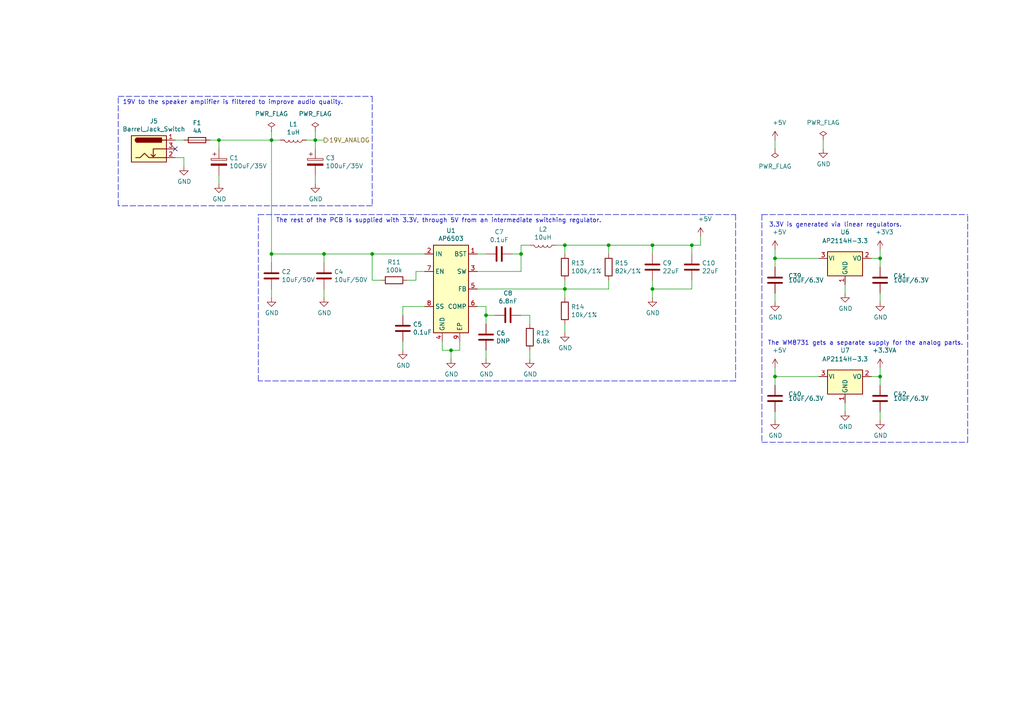
<source format=kicad_sch>
(kicad_sch (version 20210621) (generator eeschema)
  (paper "A4")
  (lib_symbols
    (symbol "Connector:Barrel_Jack_Switch" (pin_names hide)
      (property "Reference" "J" (at 0 5.334 0))
      (property "Value" "Barrel_Jack_Switch" (at 0 -5.08 0))
      (symbol "Barrel_Jack_Switch_0_1"
        (rectangle (start -5.08 3.81) (end 5.08 -3.81) (stroke (width 0.254)) (fill (type background)))
        (arc (start -3.302 3.175) (mid -3.937 2.54) (end -3.302 1.905) (stroke (width 0.254)))
        (arc (start -3.302 3.175) (mid -3.937 2.54) (end -3.302 1.905) (stroke (width 0.254)) (fill (type outline)))
        (polyline (pts (xy 1.27 -2.286) (xy 1.905 -1.651)) (stroke (width 0.254)))
        (polyline (pts (xy 5.08 2.54) (xy 3.81 2.54)) (stroke (width 0.254)))
        (polyline (pts (xy 5.08 0) (xy 1.27 0) (xy 1.27 -2.286) (xy 0.635 -1.651)) (stroke (width 0.254)))
        (polyline (pts (xy -3.81 -2.54) (xy -2.54 -2.54) (xy -1.27 -1.27) (xy 0 -2.54) (xy 2.54 -2.54) (xy 5.08 -2.54)) (stroke (width 0.254)))
        (rectangle (start 3.683 3.175) (end -3.302 1.905) (stroke (width 0.254)) (fill (type outline)))
      )
      (symbol "Barrel_Jack_Switch_1_1"
        (pin passive line (at 7.62 2.54 180) (length 2.54) (name "~") (number "1"))
        (pin passive line (at 7.62 -2.54 180) (length 2.54) (name "~") (number "2"))
        (pin passive line (at 7.62 0 180) (length 2.54) (name "~") (number "3"))
      )
    )
    (symbol "Device:C" (pin_numbers hide) (pin_names (offset 0.254))
      (property "Reference" "C" (at 0.635 2.54 0))
      (property "Value" "C" (at 0.635 -2.54 0))
      (symbol "C_0_1"
        (polyline (pts (xy -2.032 -0.762) (xy 2.032 -0.762)) (stroke (width 0.508)))
        (polyline (pts (xy -2.032 0.762) (xy 2.032 0.762)) (stroke (width 0.508)))
      )
      (symbol "C_1_1"
        (pin passive line (at 0 3.81 270) (length 2.794) (name "~") (number "1"))
        (pin passive line (at 0 -3.81 90) (length 2.794) (name "~") (number "2"))
      )
    )
    (symbol "Device:C_Polarized" (pin_numbers hide) (pin_names (offset 0.254))
      (property "Reference" "C" (at 0.635 2.54 0))
      (property "Value" "C_Polarized" (at 0.635 -2.54 0))
      (symbol "C_Polarized_0_1"
        (rectangle (start -2.286 0.508) (end 2.286 1.016))
        (polyline (pts (xy -1.778 2.286) (xy -0.762 2.286)))
        (polyline (pts (xy -1.27 2.794) (xy -1.27 1.778)))
        (rectangle (start 2.286 -0.508) (end -2.286 -1.016) (fill (type outline)))
      )
      (symbol "C_Polarized_1_1"
        (pin passive line (at 0 3.81 270) (length 2.794) (name "~") (number "1"))
        (pin passive line (at 0 -3.81 90) (length 2.794) (name "~") (number "2"))
      )
    )
    (symbol "Device:Fuse" (pin_numbers hide) (pin_names (offset 0))
      (property "Reference" "F" (at 2.032 0 90))
      (property "Value" "Fuse" (at -1.905 0 90))
      (symbol "Fuse_0_1"
        (rectangle (start -0.762 -2.54) (end 0.762 2.54) (stroke (width 0.254)))
        (polyline (pts (xy 0 2.54) (xy 0 -2.54)))
      )
      (symbol "Fuse_1_1"
        (pin passive line (at 0 3.81 270) (length 1.27) (name "~") (number "1"))
        (pin passive line (at 0 -3.81 90) (length 1.27) (name "~") (number "2"))
      )
    )
    (symbol "Device:L" (pin_numbers hide) (pin_names (offset 1.016) hide)
      (property "Reference" "L" (at -1.27 0 90))
      (property "Value" "L" (at 1.905 0 90))
      (symbol "L_0_1"
        (arc (start 0 -2.54) (mid 0.635 -1.905) (end 0 -1.27))
        (arc (start 0 -1.27) (mid 0.635 -0.635) (end 0 0))
        (arc (start 0 0) (mid 0.635 0.635) (end 0 1.27))
        (arc (start 0 1.27) (mid 0.635 1.905) (end 0 2.54))
      )
      (symbol "L_1_1"
        (pin passive line (at 0 3.81 270) (length 1.27) (name "1") (number "1"))
        (pin passive line (at 0 -3.81 90) (length 1.27) (name "2") (number "2"))
      )
    )
    (symbol "Device:R" (pin_numbers hide) (pin_names (offset 0))
      (property "Reference" "R" (at 2.032 0 90))
      (property "Value" "R" (at 0 0 90))
      (symbol "R_0_1"
        (rectangle (start -1.016 -2.54) (end 1.016 2.54) (stroke (width 0.254)))
      )
      (symbol "R_1_1"
        (pin passive line (at 0 3.81 270) (length 1.27) (name "~") (number "1"))
        (pin passive line (at 0 -3.81 90) (length 1.27) (name "~") (number "2"))
      )
    )
    (symbol "Regulator_Linear:AMS1117-3.3" (pin_names (offset 0.254))
      (property "Reference" "U" (at -3.81 3.175 0))
      (property "Value" "AMS1117-3.3" (at 0 3.175 0))
      (symbol "AMS1117-3.3_0_1"
        (rectangle (start -5.08 -5.08) (end 5.08 1.905) (stroke (width 0.254)) (fill (type background)))
      )
      (symbol "AMS1117-3.3_1_1"
        (pin power_in line (at 0 -7.62 90) (length 2.54) (name "GND") (number "1"))
        (pin power_out line (at 7.62 0 180) (length 2.54) (name "VO") (number "2"))
        (pin power_in line (at -7.62 0 0) (length 2.54) (name "VI") (number "3"))
      )
    )
    (symbol "Regulator_Switching:AP6503"
      (property "Reference" "U" (at -3.81 13.97 0))
      (property "Value" "AP6503" (at 2.54 13.97 0))
      (symbol "AP6503_0_1"
        (rectangle (start -5.08 12.7) (end 5.08 -12.7) (stroke (width 0.254)) (fill (type background)))
      )
      (symbol "AP6503_1_1"
        (pin output line (at 7.62 10.16 180) (length 2.54) (name "BST") (number "1"))
        (pin power_in line (at -7.62 10.16 0) (length 2.54) (name "IN") (number "2"))
        (pin power_out line (at 7.62 5.08 180) (length 2.54) (name "SW") (number "3"))
        (pin power_in line (at -2.54 -15.24 90) (length 2.54) (name "GND") (number "4"))
        (pin input line (at 7.62 0 180) (length 2.54) (name "FB") (number "5"))
        (pin output line (at 7.62 -5.08 180) (length 2.54) (name "COMP") (number "6"))
        (pin input line (at -7.62 5.08 0) (length 2.54) (name "EN") (number "7"))
        (pin tri_state line (at -7.62 -5.08 0) (length 2.54) (name "SS") (number "8"))
        (pin power_in line (at 2.54 -15.24 90) (length 2.54) (name "EP") (number "9"))
      )
    )
    (symbol "power:+3.3VA" (power) (pin_names (offset 0))
      (property "Value" "+3.3VA" (at 0 3.556 0))
      (symbol "+3.3VA_0_1"
        (polyline (pts (xy -0.762 1.27) (xy 0 2.54)))
        (polyline (pts (xy 0 0) (xy 0 2.54)))
        (polyline (pts (xy 0 2.54) (xy 0.762 1.27)))
      )
      (symbol "+3.3VA_1_1"
        (pin power_in line (at 0 0 90) (length 0) hide (name "+3.3VA") (number "1"))
      )
    )
    (symbol "power:+3V3" (power) (pin_names (offset 0))
      (property "Value" "+3V3" (at 0 3.556 0))
      (symbol "+3V3_0_1"
        (polyline (pts (xy -0.762 1.27) (xy 0 2.54)))
        (polyline (pts (xy 0 0) (xy 0 2.54)))
        (polyline (pts (xy 0 2.54) (xy 0.762 1.27)))
      )
      (symbol "+3V3_1_1"
        (pin power_in line (at 0 0 90) (length 0) hide (name "+3V3") (number "1"))
      )
    )
    (symbol "power:+5V" (power) (pin_names (offset 0))
      (property "Value" "+5V" (at 0 3.556 0))
      (symbol "+5V_0_1"
        (polyline (pts (xy -0.762 1.27) (xy 0 2.54)))
        (polyline (pts (xy 0 0) (xy 0 2.54)))
        (polyline (pts (xy 0 2.54) (xy 0.762 1.27)))
      )
      (symbol "+5V_1_1"
        (pin power_in line (at 0 0 90) (length 0) hide (name "+5V") (number "1"))
      )
    )
    (symbol "power:GND" (power) (pin_names (offset 0))
      (property "Value" "GND" (at 0 -3.81 0))
      (symbol "GND_0_1"
        (polyline (pts (xy 0 0) (xy 0 -1.27) (xy 1.27 -1.27) (xy 0 -2.54) (xy -1.27 -1.27) (xy 0 -1.27)))
      )
      (symbol "GND_1_1"
        (pin power_in line (at 0 0 270) (length 0) hide (name "GND") (number "1"))
      )
    )
    (symbol "power:PWR_FLAG" (power) (pin_numbers hide) (pin_names (offset 0) hide)
      (property "Value" "PWR_FLAG" (at 0 3.81 0))
      (symbol "PWR_FLAG_0_0"
        (pin power_out line (at 0 0 90) (length 0) (name "pwr") (number "1"))
      )
      (symbol "PWR_FLAG_0_1"
        (polyline (pts (xy 0 0) (xy 0 1.27) (xy -1.016 1.905) (xy 0 2.54) (xy 1.016 1.905) (xy 0 1.27)))
      )
    )
  )
  (junction (at 255.27 74.93) (diameter 0.9144))
  (junction (at 63.5 40.64) (diameter 0.9144))
  (junction (at 151.13 73.66) (diameter 0.9144))
  (junction (at 107.95 73.66) (diameter 0.9144))
  (junction (at 93.98 73.66) (diameter 0.9144))
  (junction (at 224.79 74.93) (diameter 0.9144))
  (junction (at 163.83 71.12) (diameter 0.9144))
  (junction (at 140.97 91.44) (diameter 0.9144))
  (junction (at 78.74 73.66) (diameter 0.9144))
  (junction (at 224.79 109.22) (diameter 0.9144))
  (junction (at 176.53 71.12) (diameter 0.9144))
  (junction (at 255.27 109.22) (diameter 0.9144))
  (junction (at 91.44 40.64) (diameter 0.9144))
  (junction (at 189.23 83.82) (diameter 0.9144))
  (junction (at 189.23 71.12) (diameter 0.9144))
  (junction (at 78.74 40.64) (diameter 0.9144))
  (junction (at 163.83 83.82) (diameter 0.9144))
  (junction (at 200.66 71.12) (diameter 0.9144))
  (junction (at 130.81 101.6) (diameter 0.9144))
  (no_connect (at 50.8 43.18))
  (wire (pts (xy 245.11 82.55) (xy 245.11 85.09)))
  (wire (pts (xy 91.44 50.8) (xy 91.44 53.34)))
  (wire (pts (xy 120.65 81.28) (xy 118.11 81.28)))
  (wire (pts (xy 255.27 85.09) (xy 255.27 87.63)))
  (wire (pts (xy 128.27 101.6) (xy 130.81 101.6)))
  (wire (pts (xy 133.35 101.6) (xy 133.35 99.06)))
  (wire (pts (xy 50.8 45.72) (xy 53.34 45.72)))
  (wire (pts (xy 60.96 40.64) (xy 63.5 40.64)))
  (wire (pts (xy 245.11 116.84) (xy 245.11 119.38)))
  (wire (pts (xy 138.43 78.74) (xy 151.13 78.74)))
  (wire (pts (xy 252.73 74.93) (xy 255.27 74.93)))
  (polyline (pts (xy 34.29 59.69) (xy 34.29 27.94)) (stroke (width 0) (type dash)))
  (wire (pts (xy 151.13 78.74) (xy 151.13 73.66)))
  (wire (pts (xy 224.79 72.39) (xy 224.79 74.93)))
  (wire (pts (xy 255.27 109.22) (xy 255.27 111.76)))
  (wire (pts (xy 78.74 86.36) (xy 78.74 83.82)))
  (wire (pts (xy 128.27 99.06) (xy 128.27 101.6)))
  (wire (pts (xy 93.98 73.66) (xy 78.74 73.66)))
  (polyline (pts (xy 213.36 110.49) (xy 74.93 110.49)) (stroke (width 0) (type dash)))
  (wire (pts (xy 151.13 73.66) (xy 151.13 71.12)))
  (wire (pts (xy 224.79 109.22) (xy 224.79 111.76)))
  (wire (pts (xy 140.97 73.66) (xy 138.43 73.66)))
  (wire (pts (xy 140.97 91.44) (xy 140.97 88.9)))
  (wire (pts (xy 161.29 71.12) (xy 163.83 71.12)))
  (wire (pts (xy 224.79 106.68) (xy 224.79 109.22)))
  (wire (pts (xy 189.23 86.36) (xy 189.23 83.82)))
  (polyline (pts (xy 220.98 62.23) (xy 280.67 62.23)) (stroke (width 0) (type dash)))
  (wire (pts (xy 63.5 50.8) (xy 63.5 53.34)))
  (wire (pts (xy 189.23 71.12) (xy 200.66 71.12)))
  (wire (pts (xy 255.27 74.93) (xy 255.27 77.47)))
  (wire (pts (xy 224.79 74.93) (xy 237.49 74.93)))
  (wire (pts (xy 130.81 104.14) (xy 130.81 101.6)))
  (wire (pts (xy 93.98 86.36) (xy 93.98 83.82)))
  (wire (pts (xy 140.97 104.14) (xy 140.97 101.6)))
  (wire (pts (xy 123.19 73.66) (xy 107.95 73.66)))
  (wire (pts (xy 176.53 71.12) (xy 189.23 71.12)))
  (wire (pts (xy 63.5 40.64) (xy 78.74 40.64)))
  (wire (pts (xy 78.74 73.66) (xy 78.74 76.2)))
  (wire (pts (xy 93.98 73.66) (xy 93.98 76.2)))
  (wire (pts (xy 53.34 40.64) (xy 50.8 40.64)))
  (wire (pts (xy 91.44 43.18) (xy 91.44 40.64)))
  (wire (pts (xy 151.13 71.12) (xy 153.67 71.12)))
  (wire (pts (xy 200.66 83.82) (xy 189.23 83.82)))
  (wire (pts (xy 176.53 73.66) (xy 176.53 71.12)))
  (polyline (pts (xy 220.98 62.23) (xy 220.98 128.27)) (stroke (width 0) (type dash)))
  (wire (pts (xy 237.49 109.22) (xy 224.79 109.22)))
  (wire (pts (xy 153.67 91.44) (xy 151.13 91.44)))
  (wire (pts (xy 163.83 71.12) (xy 163.83 73.66)))
  (wire (pts (xy 120.65 78.74) (xy 120.65 81.28)))
  (polyline (pts (xy 74.93 110.49) (xy 74.93 62.23)) (stroke (width 0) (type dash)))
  (wire (pts (xy 143.51 91.44) (xy 140.97 91.44)))
  (wire (pts (xy 78.74 38.1) (xy 78.74 40.64)))
  (wire (pts (xy 224.79 119.38) (xy 224.79 121.92)))
  (wire (pts (xy 224.79 74.93) (xy 224.79 77.47)))
  (wire (pts (xy 176.53 71.12) (xy 163.83 71.12)))
  (wire (pts (xy 200.66 81.28) (xy 200.66 83.82)))
  (wire (pts (xy 78.74 73.66) (xy 78.74 40.64)))
  (wire (pts (xy 123.19 78.74) (xy 120.65 78.74)))
  (wire (pts (xy 153.67 104.14) (xy 153.67 101.6)))
  (wire (pts (xy 107.95 73.66) (xy 93.98 73.66)))
  (wire (pts (xy 203.2 71.12) (xy 200.66 71.12)))
  (polyline (pts (xy 107.95 59.69) (xy 34.29 59.69)) (stroke (width 0) (type dash)))
  (wire (pts (xy 116.84 99.06) (xy 116.84 101.6)))
  (wire (pts (xy 153.67 93.98) (xy 153.67 91.44)))
  (wire (pts (xy 200.66 71.12) (xy 200.66 73.66)))
  (wire (pts (xy 163.83 96.52) (xy 163.83 93.98)))
  (wire (pts (xy 130.81 101.6) (xy 133.35 101.6)))
  (polyline (pts (xy 220.98 128.27) (xy 280.67 128.27)) (stroke (width 0) (type dash)))
  (polyline (pts (xy 74.93 62.23) (xy 213.36 62.23)) (stroke (width 0) (type dash)))
  (wire (pts (xy 189.23 83.82) (xy 189.23 81.28)))
  (wire (pts (xy 91.44 40.64) (xy 88.9 40.64)))
  (wire (pts (xy 224.79 40.64) (xy 224.79 43.18)))
  (wire (pts (xy 163.83 86.36) (xy 163.83 83.82)))
  (wire (pts (xy 93.98 40.64) (xy 91.44 40.64)))
  (wire (pts (xy 252.73 109.22) (xy 255.27 109.22)))
  (wire (pts (xy 140.97 88.9) (xy 138.43 88.9)))
  (wire (pts (xy 91.44 38.1) (xy 91.44 40.64)))
  (polyline (pts (xy 213.36 62.23) (xy 213.36 110.49)) (stroke (width 0) (type dash)))
  (polyline (pts (xy 280.67 128.27) (xy 280.67 62.23)) (stroke (width 0) (type dash)))
  (wire (pts (xy 151.13 73.66) (xy 148.59 73.66)))
  (wire (pts (xy 255.27 106.68) (xy 255.27 109.22)))
  (wire (pts (xy 53.34 45.72) (xy 53.34 48.26)))
  (wire (pts (xy 189.23 71.12) (xy 189.23 73.66)))
  (polyline (pts (xy 34.29 27.94) (xy 107.95 27.94)) (stroke (width 0) (type dash)))
  (wire (pts (xy 224.79 85.09) (xy 224.79 87.63)))
  (wire (pts (xy 203.2 68.58) (xy 203.2 71.12)))
  (wire (pts (xy 176.53 83.82) (xy 176.53 81.28)))
  (wire (pts (xy 255.27 119.38) (xy 255.27 121.92)))
  (wire (pts (xy 107.95 81.28) (xy 110.49 81.28)))
  (wire (pts (xy 255.27 72.39) (xy 255.27 74.93)))
  (wire (pts (xy 116.84 88.9) (xy 123.19 88.9)))
  (wire (pts (xy 238.76 40.64) (xy 238.76 43.18)))
  (wire (pts (xy 116.84 91.44) (xy 116.84 88.9)))
  (wire (pts (xy 78.74 40.64) (xy 81.28 40.64)))
  (wire (pts (xy 138.43 83.82) (xy 163.83 83.82)))
  (wire (pts (xy 163.83 83.82) (xy 176.53 83.82)))
  (wire (pts (xy 163.83 83.82) (xy 163.83 81.28)))
  (wire (pts (xy 140.97 93.98) (xy 140.97 91.44)))
  (wire (pts (xy 63.5 43.18) (xy 63.5 40.64)))
  (wire (pts (xy 107.95 73.66) (xy 107.95 81.28)))
  (polyline (pts (xy 107.95 27.94) (xy 107.95 59.69)) (stroke (width 0) (type dash)))
  (text "The WM8731 gets a separate supply for the analog parts." (at 279.4 100.33 0) (effects (font (size 1.27 1.27)) (justify right bottom)))
  (text "The rest of the PCB is supplied with 3.3V, through 5V from an intermediate switching regulator." (at 80.01 64.77 0) (effects (font (size 1.27 1.27)) (justify left bottom)))
  (text "19V to the speaker amplifier is filtered to improve audio quality." (at 35.56 30.48 0) (effects (font (size 1.27 1.27)) (justify left bottom)))
  (text "3.3V is generated via linear regulators." (at 261.62 66.04 180) (effects (font (size 1.27 1.27)) (justify right bottom)))
  (hierarchical_label "19V_ANALOG" (shape output) (at 93.98 40.64 0))
  (symbol (lib_id "Connector:Barrel_Jack_Switch") (at 43.18 43.18 0) (unit 1)
    (property "Reference" "J5" (at 44.6278 35.1282 0))
    (property "Value" "Barrel_Jack_Switch" (at 44.6278 37.4396 0))
    (property "Footprint" "Connector_BarrelJack:BarrelJack_Horizontal" (effects hide))
    (property "Mouser" "806-KLDX-0202-B" (effects hide))
    (property "Part Name" "Kycon KLDX-0202-B" (effects hide))
  )
  (symbol (lib_id "Device:Fuse") (at 57.15 40.64 270) (unit 1)
    (property "Reference" "F1" (at 57.15 35.6362 90))
    (property "Value" "4A" (at 57.15 37.9476 90))
    (property "Footprint" "HackAmp-Footprints:Fuseholder_Littlefuse_NANO2-154" (effects hide))
    (property "Part Name" "Littlefuse 154004" (effects hide))
    (property "Mouser" "576-0154004.DR" (effects hide))
  )
  (symbol (lib_id "Device:C_Polarized") (at 63.5 46.99 0) (unit 1)
    (property "Reference" "C1" (at 66.4972 45.8216 0) (effects (justify left)))
    (property "Value" "100uF/35V" (at 66.4972 48.133 0) (effects (justify left)))
    (property "Footprint" "Capacitor_SMD:CP_Elec_8x10" (effects hide))
    (property "Part Name" "Nichicon UCD1V101MNL1GS" (effects hide))
    (property "Mouser" "647-UCD1V101MNL1GS" (effects hide))
  )
  (symbol (lib_id "Device:L") (at 85.09 40.64 270) (unit 1)
    (property "Reference" "L1" (at 85.09 36.0426 90))
    (property "Value" "1uH" (at 85.09 38.354 90))
    (property "Footprint" "Inductor_SMD:L_Taiyo-Yuden_NR-60xx" (effects hide))
    (property "Part Name" "Yaiyo Yuden NR6045T1R0N" (effects hide))
    (property "Mouser" "963-NR6045T1R0N" (effects hide))
  )
  (symbol (lib_id "Device:C_Polarized") (at 91.44 46.99 0) (unit 1)
    (property "Reference" "C3" (at 94.4372 45.8216 0) (effects (justify left)))
    (property "Value" "100uF/35V" (at 94.4372 48.133 0) (effects (justify left)))
    (property "Footprint" "Capacitor_SMD:CP_Elec_8x10" (effects hide))
    (property "Mouser" "647-UCD1V101MNL1GS" (effects hide))
    (property "Part Name" "Nichicon UCD1V101MNL1GS" (effects hide))
  )
  (symbol (lib_id "power:GND") (at 53.34 48.26 0) (unit 1)
    (property "Reference" "#PWR0108" (effects hide))
    (property "Value" "GND" (at 53.467 52.6542 0))
  )
  (symbol (lib_id "power:GND") (at 63.5 53.34 0) (unit 1)
    (property "Reference" "#PWR0109" (effects hide))
    (property "Value" "GND" (at 63.627 57.7342 0))
  )
  (symbol (lib_id "power:GND") (at 91.44 53.34 0) (unit 1)
    (property "Reference" "#PWR0110" (effects hide))
    (property "Value" "GND" (at 91.567 57.7342 0))
  )
  (symbol (lib_id "Device:C") (at 78.74 80.01 0) (unit 1)
    (property "Reference" "C2" (at 81.661 78.8416 0) (effects (justify left)))
    (property "Value" "10uF/50V" (at 81.661 81.153 0) (effects (justify left)))
    (property "Footprint" "Capacitor_SMD:C_1206_3216Metric" (effects hide))
    (property "Part Name" "Taiyo Yuden UMK316BBJ106ML-T" (effects hide))
    (property "Mouser" "963-UMK316BBJ106ML-T" (effects hide))
  )
  (symbol (lib_id "Device:C") (at 93.98 80.01 0) (unit 1)
    (property "Reference" "C4" (at 96.901 78.8416 0) (effects (justify left)))
    (property "Value" "10uF/50V" (at 96.901 81.153 0) (effects (justify left)))
    (property "Footprint" "Capacitor_SMD:C_1206_3216Metric" (effects hide))
    (property "Part Name" "Taiyo Yuden UMK316BBJ106ML-T" (effects hide))
    (property "Mouser" "963-UMK316BBJ106ML-T" (effects hide))
  )
  (symbol (lib_id "Device:R") (at 114.3 81.28 270) (mirror x) (unit 1)
    (property "Reference" "R11" (at 114.3 76.0222 90))
    (property "Value" "100k" (at 114.3 78.3336 90))
    (property "Footprint" "Resistor_SMD:R_0603_1608Metric" (effects hide))
  )
  (symbol (lib_id "Device:C") (at 116.84 95.25 0) (unit 1)
    (property "Reference" "C5" (at 119.761 94.0816 0) (effects (justify left)))
    (property "Value" "0.1uF" (at 119.761 96.393 0) (effects (justify left)))
    (property "Footprint" "Capacitor_SMD:C_0603_1608Metric" (effects hide))
    (property "Mouser" "581-06033C104KAT4A" (effects hide))
    (property "Part Name" "AVX 06033C104KAT4A" (effects hide))
  )
  (symbol (lib_id "power:GND") (at 116.84 101.6 0) (unit 1)
    (property "Reference" "#PWR0111" (effects hide))
    (property "Value" "GND" (at 116.967 105.9942 0))
  )
  (symbol (lib_id "power:GND") (at 130.81 104.14 0) (unit 1)
    (property "Reference" "#PWR0112" (effects hide))
    (property "Value" "GND" (at 130.937 108.5342 0))
  )
  (symbol (lib_id "power:GND") (at 78.74 86.36 0) (unit 1)
    (property "Reference" "#PWR0113" (effects hide))
    (property "Value" "GND" (at 78.867 90.7542 0))
  )
  (symbol (lib_id "power:GND") (at 93.98 86.36 0) (unit 1)
    (property "Reference" "#PWR0114" (effects hide))
    (property "Value" "GND" (at 94.107 90.7542 0))
  )
  (symbol (lib_id "Device:C") (at 144.78 73.66 270) (unit 1)
    (property "Reference" "C7" (at 144.78 67.2592 90))
    (property "Value" "0.1uF" (at 144.78 69.5706 90))
    (property "Footprint" "Capacitor_SMD:C_0805_2012Metric" (effects hide))
    (property "Mouser" "581-06033C104KAT4A" (effects hide))
    (property "Part Name" "AVX 06033C104KAT4A" (effects hide))
  )
  (symbol (lib_id "Device:L") (at 157.48 71.12 270) (unit 1)
    (property "Reference" "L2" (at 157.48 66.5226 90))
    (property "Value" "10uH" (at 157.48 68.834 90))
    (property "Footprint" "Inductor_SMD:L_Bourns-SRN8040_8x8.15mm" (effects hide))
    (property "Part Name" "SRN8040-100M" (effects hide))
    (property "Mouser" "652-SRN8040-100M" (effects hide))
  )
  (symbol (lib_id "Device:C") (at 189.23 77.47 0) (unit 1)
    (property "Reference" "C9" (at 192.151 76.3016 0) (effects (justify left)))
    (property "Value" "22uF" (at 192.151 78.613 0) (effects (justify left)))
    (property "Footprint" "Capacitor_SMD:C_1206_3216Metric" (effects hide))
    (property "Mouser" "187-CL31A226MQHNNNE" (effects hide))
    (property "Part Name" "Samsung CL31A226MQHNNNE" (effects hide))
  )
  (symbol (lib_id "Device:C") (at 200.66 77.47 0) (unit 1)
    (property "Reference" "C10" (at 203.581 76.3016 0) (effects (justify left)))
    (property "Value" "22uF" (at 203.581 78.613 0) (effects (justify left)))
    (property "Footprint" "Capacitor_SMD:C_1206_3216Metric" (effects hide))
    (property "Mouser" "187-CL31A226MQHNNNE" (effects hide))
    (property "Part Name" "Samsung CL31A226MQHNNNE" (effects hide))
  )
  (symbol (lib_id "Device:C") (at 140.97 97.79 0) (unit 1)
    (property "Reference" "C6" (at 143.891 96.6216 0) (effects (justify left)))
    (property "Value" "DNP" (at 143.891 98.933 0) (effects (justify left)))
    (property "Footprint" "Capacitor_SMD:C_0603_1608Metric" (effects hide))
  )
  (symbol (lib_id "Device:C") (at 147.32 91.44 270) (unit 1)
    (property "Reference" "C8" (at 147.32 85.0392 90))
    (property "Value" "6.8nF" (at 147.32 87.3506 90))
    (property "Footprint" "Capacitor_SMD:C_0603_1608Metric" (effects hide))
    (property "Mouser" "603-CC603KPX7R9BB682" (effects hide))
    (property "Part Name" "Yageo CC0603KPX7R9BB682" (effects hide))
  )
  (symbol (lib_id "Device:R") (at 153.67 97.79 0) (unit 1)
    (property "Reference" "R12" (at 155.448 96.6216 0) (effects (justify left)))
    (property "Value" "6.8k" (at 155.448 98.933 0) (effects (justify left)))
    (property "Footprint" "Resistor_SMD:R_0603_1608Metric" (effects hide))
  )
  (symbol (lib_id "power:GND") (at 140.97 104.14 0) (unit 1)
    (property "Reference" "#PWR0115" (effects hide))
    (property "Value" "GND" (at 141.097 108.5342 0))
  )
  (symbol (lib_id "power:GND") (at 153.67 104.14 0) (unit 1)
    (property "Reference" "#PWR0116" (effects hide))
    (property "Value" "GND" (at 153.797 108.5342 0))
  )
  (symbol (lib_id "Device:R") (at 163.83 90.17 0) (unit 1)
    (property "Reference" "R14" (at 165.608 89.0016 0) (effects (justify left)))
    (property "Value" "10k/1%" (at 165.608 91.313 0) (effects (justify left)))
    (property "Footprint" "Resistor_SMD:R_0603_1608Metric" (effects hide))
    (property "Mouser" "652-CR0603FX-1002ELF" (effects hide))
    (property "Part Name" "Bourns CR0603-FX-1002ELF" (effects hide))
  )
  (symbol (lib_id "Device:R") (at 163.83 77.47 180) (unit 1)
    (property "Reference" "R13" (at 165.608 76.3016 0) (effects (justify right)))
    (property "Value" "100k/1%" (at 165.608 78.613 0) (effects (justify right)))
    (property "Footprint" "Resistor_SMD:R_0603_1608Metric" (effects hide))
    (property "Mouser" "652-CR0603-FX-103ELF" (effects hide))
    (property "Part Name" "Bourns CR0603-FX-1003ELF" (effects hide))
  )
  (symbol (lib_id "Device:R") (at 176.53 77.47 180) (unit 1)
    (property "Reference" "R15" (at 178.308 76.3016 0) (effects (justify right)))
    (property "Value" "82k/1%" (at 178.308 78.613 0) (effects (justify right)))
    (property "Footprint" "Resistor_SMD:R_0603_1608Metric" (effects hide))
    (property "Mouser" "652-CR0603FX-8202ELF" (effects hide))
    (property "Part Name" "Bourns CR0603-FX-8202ELF" (effects hide))
  )
  (symbol (lib_id "power:GND") (at 163.83 96.52 0) (unit 1)
    (property "Reference" "#PWR0117" (effects hide))
    (property "Value" "GND" (at 163.957 100.9142 0))
  )
  (symbol (lib_id "power:GND") (at 189.23 86.36 0) (unit 1)
    (property "Reference" "#PWR0118" (effects hide))
    (property "Value" "GND" (at 189.357 90.7542 0))
  )
  (symbol (lib_id "Regulator_Switching:AP6503") (at 130.81 83.82 0) (unit 1)
    (property "Reference" "U1" (at 130.81 66.8782 0))
    (property "Value" "AP6503" (at 130.81 69.1896 0))
    (property "Footprint" "Package_SO:Diodes_SO-8EP" (effects hide))
    (property "Datasheet" "https://www.diodes.com/assets/Datasheets/AP6503.pdf" (effects hide))
    (property "Mouser" "621-AP6503SP-13" (effects hide))
    (property "Part Name" "Diodes Inc AP6503SP-13" (effects hide))
  )
  (symbol (lib_id "power:+5V") (at 203.2 68.58 0) (unit 1)
    (property "Reference" "#PWR0140" (effects hide))
    (property "Value" "+5V" (at 204.47 63.5 0))
  )
  (symbol (lib_id "power:+5V") (at 224.79 106.68 0) (unit 1)
    (property "Reference" "#PWR0149" (effects hide))
    (property "Value" "+5V" (at 226.06 101.6 0))
  )
  (symbol (lib_id "Regulator_Linear:AMS1117-3.3") (at 245.11 109.22 0) (unit 1)
    (property "Reference" "U7" (at 245.11 101.6 0))
    (property "Value" "AP2114H-3.3" (at 245.11 104.14 0))
    (property "Footprint" "Package_TO_SOT_SMD:SOT-223-3_TabPin2" (effects hide))
    (property "Datasheet" "http://www.advanced-monolithic.com/pdf/ds1117.pdf" (effects hide))
    (property "Mouser" "621-AP2114H-3.3TRG1" (effects hide))
    (property "Part Name" "Diodes Inc AP2114H-3.3TRG1" (effects hide))
  )
  (symbol (lib_id "power:PWR_FLAG") (at 238.76 40.64 0) (unit 1)
    (property "Reference" "#FLG0102" (effects hide))
    (property "Value" "PWR_FLAG" (at 238.76 35.56 0))
  )
  (symbol (lib_id "power:GND") (at 245.11 119.38 0) (unit 1)
    (property "Reference" "#PWR0143" (effects hide))
    (property "Value" "GND" (at 245.237 123.7742 0))
  )
  (symbol (lib_id "Device:C") (at 255.27 115.57 0) (unit 1)
    (property "Reference" "C42" (at 259.08 114.3 0) (effects (justify left)))
    (property "Value" "10uF/6.3V" (at 259.08 115.57 0) (effects (justify left)))
    (property "Footprint" "Capacitor_SMD:C_0805_2012Metric" (effects hide))
    (property "Mouser" "963-LMK212F106ZG-T" (effects hide))
    (property "Part Name" "Taiyo Yuden LMK212F106ZG-T" (effects hide))
  )
  (symbol (lib_id "power:GND") (at 245.11 85.09 0) (unit 1)
    (property "Reference" "#PWR0141" (effects hide))
    (property "Value" "GND" (at 245.237 89.4842 0))
  )
  (symbol (lib_id "power:+5V") (at 224.79 72.39 0) (unit 1)
    (property "Reference" "#PWR0142" (effects hide))
    (property "Value" "+5V" (at 226.06 67.31 0))
  )
  (symbol (lib_id "power:PWR_FLAG") (at 91.44 38.1 0) (unit 1)
    (property "Reference" "#FLG0104" (effects hide))
    (property "Value" "PWR_FLAG" (at 91.44 33.02 0))
  )
  (symbol (lib_id "Device:C") (at 255.27 81.28 0) (unit 1)
    (property "Reference" "C41" (at 259.08 80.01 0) (effects (justify left)))
    (property "Value" "10uF/6.3V" (at 259.08 81.28 0) (effects (justify left)))
    (property "Footprint" "Capacitor_SMD:C_0805_2012Metric" (effects hide))
    (property "Mouser" "963-LMK212F106ZG-T" (effects hide))
    (property "Part Name" "Taiyo Yuden LMK212F106ZG-T" (effects hide))
  )
  (symbol (lib_id "power:GND") (at 255.27 121.92 0) (unit 1)
    (property "Reference" "#PWR0144" (effects hide))
    (property "Value" "GND" (at 255.397 126.3142 0))
  )
  (symbol (lib_id "power:+3V3") (at 255.27 72.39 0) (unit 1)
    (property "Reference" "#PWR0147" (effects hide))
    (property "Value" "+3V3" (at 256.54 67.31 0))
  )
  (symbol (lib_id "power:GND") (at 224.79 87.63 0) (unit 1)
    (property "Reference" "#PWR0148" (effects hide))
    (property "Value" "GND" (at 224.917 92.0242 0))
  )
  (symbol (lib_id "power:+3.3VA") (at 255.27 106.68 0) (unit 1)
    (property "Reference" "#PWR0150" (effects hide))
    (property "Value" "+3.3VA" (at 256.54 101.6 0))
  )
  (symbol (lib_id "power:GND") (at 238.76 43.18 0) (unit 1)
    (property "Reference" "#PWR0192" (effects hide))
    (property "Value" "GND" (at 238.887 47.5742 0))
  )
  (symbol (lib_id "Device:C") (at 224.79 81.28 0) (unit 1)
    (property "Reference" "C39" (at 228.6 80.01 0) (effects (justify left)))
    (property "Value" "10uF/6.3V" (at 228.6 81.28 0) (effects (justify left)))
    (property "Footprint" "Capacitor_SMD:C_0805_2012Metric" (effects hide))
    (property "Mouser" "963-LMK212F106ZG-T" (effects hide))
    (property "Part Name" "Taiyo Yuden LMK212F106ZG-T" (effects hide))
  )
  (symbol (lib_id "power:+5V") (at 224.79 40.64 0) (unit 1)
    (property "Reference" "#PWR0234" (effects hide))
    (property "Value" "+5V" (at 226.06 35.56 0))
  )
  (symbol (lib_id "power:PWR_FLAG") (at 78.74 38.1 0) (unit 1)
    (property "Reference" "#FLG0103" (effects hide))
    (property "Value" "PWR_FLAG" (at 78.74 33.02 0))
  )
  (symbol (lib_id "power:GND") (at 224.79 121.92 0) (unit 1)
    (property "Reference" "#PWR0145" (effects hide))
    (property "Value" "GND" (at 224.917 126.3142 0))
  )
  (symbol (lib_id "Regulator_Linear:AMS1117-3.3") (at 245.11 74.93 0) (unit 1)
    (property "Reference" "U6" (at 245.11 67.31 0))
    (property "Value" "AP2114H-3.3" (at 245.11 69.85 0))
    (property "Footprint" "Package_TO_SOT_SMD:SOT-223-3_TabPin2" (effects hide))
    (property "Datasheet" "http://www.advanced-monolithic.com/pdf/ds1117.pdf" (effects hide))
    (property "Mouser" "621-AP2114H-3.3TRG1" (effects hide))
    (property "Part Name" "Diodes Inc AP2114H-3.3TRG1" (effects hide))
  )
  (symbol (lib_id "power:PWR_FLAG") (at 224.79 43.18 180) (unit 1)
    (property "Reference" "#FLG0101" (effects hide))
    (property "Value" "PWR_FLAG" (at 224.79 48.26 0))
  )
  (symbol (lib_id "Device:C") (at 224.79 115.57 0) (unit 1)
    (property "Reference" "C40" (at 228.6 114.3 0) (effects (justify left)))
    (property "Value" "10uF/6.3V" (at 228.6 115.57 0) (effects (justify left)))
    (property "Footprint" "Capacitor_SMD:C_0805_2012Metric" (effects hide))
    (property "Mouser" "963-LMK212F106ZG-T" (effects hide))
    (property "Part Name" "Taiyo Yuden LMK212F106ZG-T" (effects hide))
  )
  (symbol (lib_id "power:GND") (at 255.27 87.63 0) (unit 1)
    (property "Reference" "#PWR0146" (effects hide))
    (property "Value" "GND" (at 255.397 92.0242 0))
  )
)
</source>
